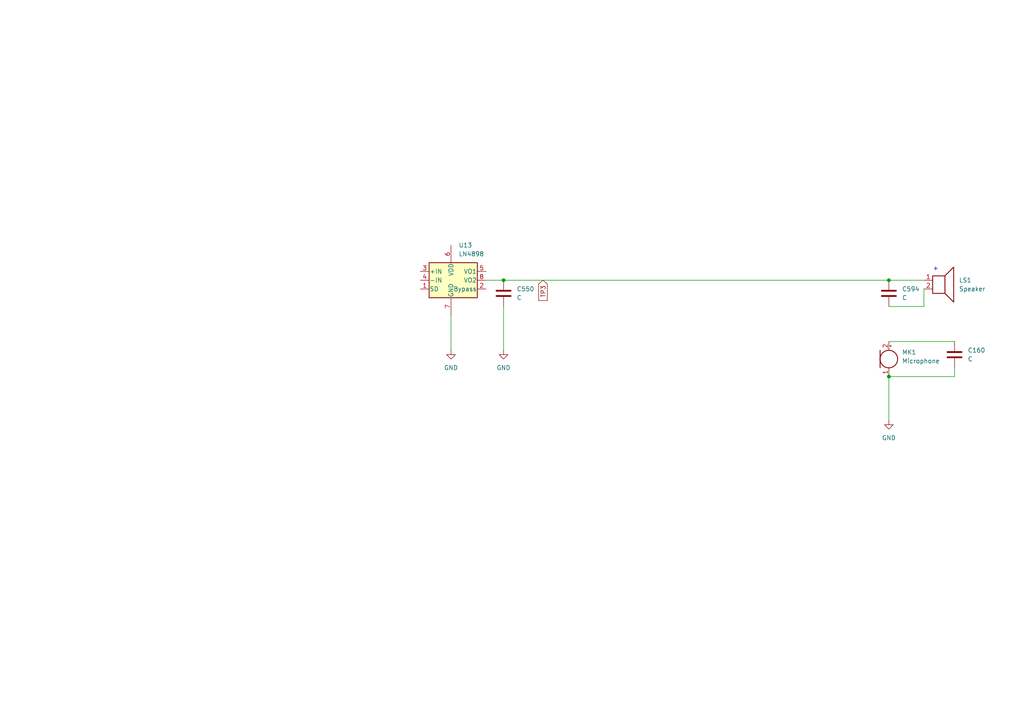
<source format=kicad_sch>
(kicad_sch (version 20230121) (generator eeschema)
  (paper "A4")
  (title_block (title "Audio"))
  (lib_symbols
    (symbol "Device:C" (pin_numbers hide) (pin_names (offset 0.254))
      (property "Reference" "C" (at 0.635 2.54 0))
      (property "Value" "C" (at 0.635 -2.54 0))
      (symbol "C_0_1"
        (polyline (pts (xy -2.032 -0.762) (xy 2.032 -0.762)) (stroke (width 0.508)))
        (polyline (pts (xy -2.032 0.762) (xy 2.032 0.762)) (stroke (width 0.508)))
      )
      (symbol "C_1_1"
        (pin passive line (at 0 3.81 270) (length 2.794) (name "~") (number "1"))
        (pin passive line (at 0 -3.81 90) (length 2.794) (name "~") (number "2"))
      )
    )
    (symbol "Device:Microphone" (pin_names (offset 0.0254) hide)
      (property "Reference" "MK" (at -3.81 1.27 0))
      (property "Value" "Microphone" (at -3.81 -0.635 0))
      (symbol "Microphone_0_1"
        (polyline (pts (xy -2.54 2.54) (xy -2.54 -2.54)) (stroke (width 0.254)))
        (polyline (pts (xy 0.254 3.81) (xy 0.762 3.81)))
        (polyline (pts (xy 0.508 4.064) (xy 0.508 3.556)))
        (circle (center 0 0) (radius 2.54) (stroke (width 0.254)))
      )
      (symbol "Microphone_1_1"
        (pin passive line (at 0 -5.08 90) (length 2.54) (name "-") (number "1"))
        (pin passive line (at 0 5.08 270) (length 2.54) (name "+") (number "2"))
      )
    )
    (symbol "Device:Speaker" (pin_names (offset 0) hide)
      (property "Reference" "LS" (at 1.27 5.715 0))
      (property "Value" "Speaker" (at 1.27 3.81 0))
      (symbol "Speaker_0_0"
        (rectangle (start -2.54 1.27) (end 1.016 -3.81) (stroke (width 0.254)))
        (polyline (pts (xy 1.016 1.27) (xy 3.556 3.81) (xy 3.556 -6.35) (xy 1.016 -3.81)) (stroke (width 0.254)))
      )
      (symbol "Speaker_1_1"
        (pin input line (at -5.08 0 0) (length 2.54) (name "1") (number "1"))
        (pin input line (at -5.08 -2.54 0) (length 2.54) (name "2") (number "2"))
      )
    )
    (symbol "UV-K5:LN4898" (pin_names (offset 0.127))
      (property "Reference" "U" (at -5.08 6.35 0))
      (property "Value" "LN4898" (at 5.08 6.35 0))
      (symbol "LN4898_0_1"
        (rectangle (start -6.35 5.08) (end 7.62 -5.08) (stroke (width 0.254)) (fill (type background)))
      )
      (symbol "LN4898_1_1"
        (pin input line (at -8.89 -2.54 0) (length 2.54) (name "SD") (number "1"))
        (pin bidirectional line (at 10.16 -2.54 180) (length 2.54) (name "Bypass") (number "2"))
        (pin input line (at -8.89 2.54 0) (length 2.54) (name "+IN") (number "3"))
        (pin input line (at -8.89 0 0) (length 2.54) (name "-IN") (number "4"))
        (pin input line (at 10.16 2.54 180) (length 2.54) (name "VO1") (number "5"))
        (pin power_in line (at 0 10.16 270) (length 5.08) (name "VDD") (number "6"))
        (pin power_in line (at 0 -10.16 90) (length 5.08) (name "GND") (number "7"))
        (pin input line (at 10.16 0 180) (length 2.54) (name "VO2") (number "8"))
      )
    )
    (symbol "power:GND" (power) (pin_names (offset 0))
      (property "Value" "GND" (at 0 -3.81 0))
      (symbol "GND_0_1"
        (polyline (pts (xy 0 0) (xy 0 -1.27) (xy 1.27 -1.27) (xy 0 -2.54) (xy -1.27 -1.27) (xy 0 -1.27)))
      )
      (symbol "GND_1_1"
        (pin power_in line (at 0 0 270) (length 0) hide (name "GND") (number "1"))
      )
    )
  )
  (junction (at 257.81 81.28))
  (junction (at 146.05 81.28))
  (junction (at 257.81 109.22))
  (wire (pts (xy 257.81 81.28) (xy 267.97 81.28)))
  (wire (pts (xy 146.05 81.28) (xy 257.81 81.28)))
  (wire (pts (xy 257.81 109.22) (xy 257.81 121.92)))
  (wire (pts (xy 276.86 106.68) (xy 276.86 109.22)))
  (wire (pts (xy 146.05 88.9) (xy 146.05 101.6)))
  (wire (pts (xy 257.81 99.06) (xy 276.86 99.06)))
  (wire (pts (xy 267.97 83.82) (xy 267.97 88.9)))
  (wire (pts (xy 257.81 109.22) (xy 276.86 109.22)))
  (wire (pts (xy 267.97 88.9) (xy 257.81 88.9)))
  (wire (pts (xy 140.97 81.28) (xy 146.05 81.28)))
  (wire (pts (xy 130.81 91.44) (xy 130.81 101.6)))
  (text "+" (at 270.51 78.74 0) (effects (font (size 1.27 1.27)) (justify left bottom)))
  (global_label "TP3" (shape input) (at 157.48 81.28 270) (property "Intersheetrefs" "${INTERSHEET_REFS}" (at 157.48 87.7123 90) (effects (justify right))))
  (symbol (lib_id "UV-K5:LN4898") (at 130.81 81.28 0) (unit 1)
    (property "Reference" "U13" (at 133.0041 71.12 0) (effects (justify left)))
    (property "Value" "LN4898" (at 133.0041 73.66 0) (effects (justify left)))
    (property "Footprint" "Package_SO:SOP-8_3.9x4.9mm_P1.27mm" (effects hide))
    (property "Datasheet" "www.natlinear.com" (effects hide))
  )
  (symbol (lib_id "Device:C") (at 146.05 85.09 0) (unit 1)
    (property "Reference" "C550" (at 149.86 83.82 0) (effects (justify left)))
    (property "Value" "C" (at 149.86 86.36 0) (effects (justify left)))
  )
  (symbol (lib_id "Device:Speaker") (at 273.05 81.28 0) (unit 1)
    (property "Reference" "LS1" (at 278.13 81.28 0) (effects (justify left)))
    (property "Value" "Speaker" (at 278.13 83.82 0) (effects (justify left)))
  )
  (symbol (lib_id "power:GND") (at 146.05 101.6 0) (unit 1)
    (property "Reference" "#PWR0107" (effects hide))
    (property "Value" "GND" (at 146.05 106.68 0))
  )
  (symbol (lib_id "Device:C") (at 257.81 85.09 0) (unit 1)
    (property "Reference" "C594" (at 261.62 83.82 0) (effects (justify left)))
    (property "Value" "C" (at 261.62 86.36 0) (effects (justify left)))
  )
  (symbol (lib_id "Device:C") (at 276.86 102.87 0) (unit 1)
    (property "Reference" "C160" (at 280.67 101.6 0) (effects (justify left)))
    (property "Value" "C" (at 280.67 104.14 0) (effects (justify left)))
  )
  (symbol (lib_id "Device:Microphone") (at 257.81 104.14 0) (unit 1)
    (property "Reference" "MK1" (at 261.62 102.1715 0) (effects (justify left)))
    (property "Value" "Microphone" (at 261.62 104.7115 0) (effects (justify left)))
  )
  (symbol (lib_id "power:GND") (at 130.81 101.6 0) (unit 1)
    (property "Reference" "#PWR0106" (effects hide))
    (property "Value" "GND" (at 130.81 106.68 0))
  )
  (symbol (lib_id "power:GND") (at 257.81 121.92 0) (unit 1)
    (property "Reference" "#PWR0108" (effects hide))
    (property "Value" "GND" (at 257.81 127 0))
  )
)
</source>
